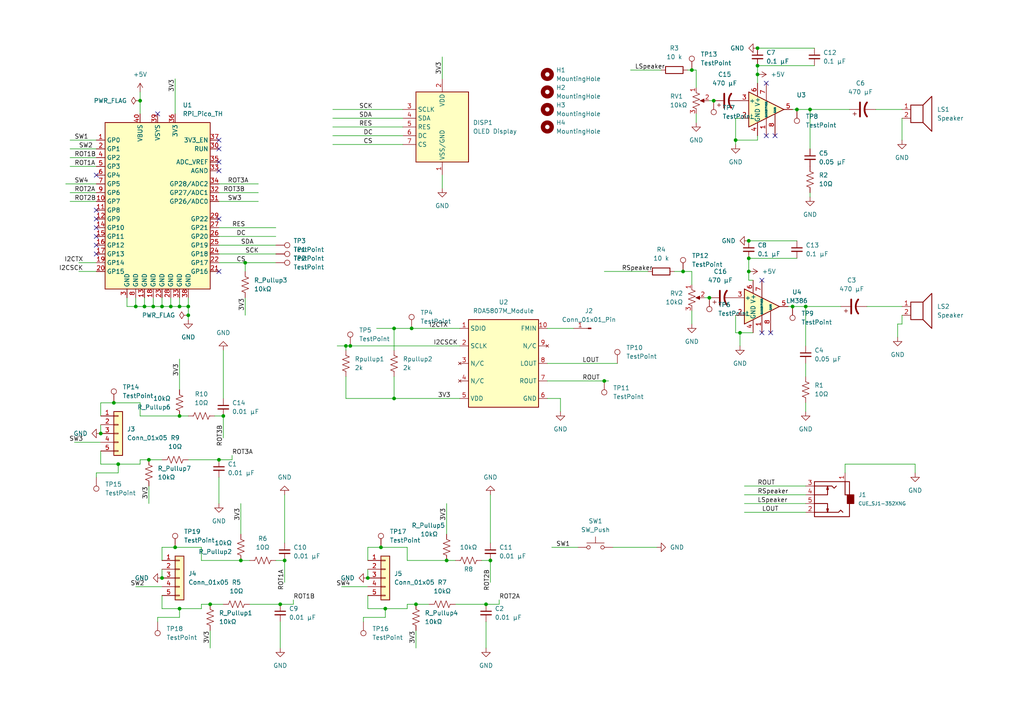
<source format=kicad_sch>
(kicad_sch (version 20250114) (generator "eeschema") (generator_version "9.0")
  (paper "A4")
  (title_block (title "Clock-Radio_Schematic") (date "2025-06-13") (rev "3"))
  (lib_symbols
    (symbol "Amplifier_Audio:LM386" (pin_names (offset 0.127))
      (property "Reference" "U" (at 1.27 7.62 0))
      (property "Value" "LM386" (at 1.27 5.08 0))
      (symbol "LM386_1_1"
        (pin input line (at -7.62 2.54 0) (length 2.54) (name "+") (number "3"))
        (pin input line (at -7.62 -2.54 0) (length 2.54) (name "-") (number "2"))
        (pin power_in line (at -2.54 7.62 270) (length 3.81) (name "V+") (number "6"))
        (pin power_in line (at -2.54 -7.62 90) (length 3.81) (name "GND") (number "4"))
        (pin input line (at 0 7.62 270) (length 5.08) (name "BYPASS") (number "7"))
        (pin input line (at 0 -7.62 90) (length 5.08) (name "GAIN") (number "1"))
        (pin input line (at 2.54 -7.62 90) (length 6.35) (name "GAIN") (number "8"))
        (pin output line (at 7.62 0 180) (length 2.54) (name "~") (number "5"))
      )
    )
    (symbol "Connector:Conn_01x01_Pin" (pin_names (offset 1.016) (hide yes))
      (property "Reference" "J" (at 0 2.54 0))
      (property "Value" "Conn_01x01_Pin" (at 0 -2.54 0))
      (symbol "Conn_01x01_Pin_1_1"
        (pin passive line (at 5.08 0 180) (length 3.81) (name "Pin_1") (number "1"))
      )
    )
    (symbol "Connector:TestPoint" (pin_numbers (hide yes)) (pin_names (offset 0.762) (hide yes))
      (property "Reference" "TP" (at 0 6.858 0))
      (property "Value" "TestPoint" (at 0 5.08 0))
      (symbol "TestPoint_1_1"
        (pin passive line (at 0 0 90) (length 2.54) (name "1") (number "1"))
      )
    )
    (symbol "Connector_Generic:Conn_01x05" (pin_names (offset 1.016) (hide yes))
      (property "Reference" "J" (at 0 7.62 0))
      (property "Value" "Conn_01x05" (at 0 -7.62 0))
      (symbol "Conn_01x05_1_1"
        (pin passive line (at -5.08 5.08 0) (length 3.81) (name "Pin_1") (number "1"))
        (pin passive line (at -5.08 2.54 0) (length 3.81) (name "Pin_2") (number "2"))
        (pin passive line (at -5.08 0 0) (length 3.81) (name "Pin_3") (number "3"))
        (pin passive line (at -5.08 -2.54 0) (length 3.81) (name "Pin_4") (number "4"))
        (pin passive line (at -5.08 -5.08 0) (length 3.81) (name "Pin_5") (number "5"))
      )
    )
    (symbol "Device:C_Polarized_US" (pin_numbers (hide yes)) (pin_names (offset 0.254) (hide yes))
      (property "Reference" "C" (at 0.635 2.54 0))
      (property "Value" "C_Polarized_US" (at 0.635 -2.54 0))
      (symbol "C_Polarized_US_1_1"
        (pin passive line (at 0 3.81 270) (length 2.794) (name "~") (number "1"))
        (pin passive line (at 0 -3.81 90) (length 3.302) (name "~") (number "2"))
      )
    )
    (symbol "Device:C_Small" (pin_numbers (hide yes)) (pin_names (offset 0.254) (hide yes))
      (property "Reference" "C" (at 0.254 1.778 0))
      (property "Value" "C_Small" (at 0.254 -2.032 0))
      (symbol "C_Small_1_1"
        (pin passive line (at 0 2.54 270) (length 2.032) (name "~") (number "1"))
        (pin passive line (at 0 -2.54 90) (length 2.032) (name "~") (number "2"))
      )
    )
    (symbol "Device:R" (pin_numbers (hide yes)) (pin_names (offset 0))
      (property "Reference" "R" (at 2.032 0 90))
      (property "Value" "R" (at 0 0 90))
      (symbol "R_1_1"
        (pin passive line (at 0 3.81 270) (length 1.27) (name "~") (number "1"))
        (pin passive line (at 0 -3.81 90) (length 1.27) (name "~") (number "2"))
      )
    )
    (symbol "Device:R_Potentiometer_US" (pin_names (offset 1.016) (hide yes))
      (property "Reference" "RV" (at -4.445 0 90))
      (property "Value" "R_Potentiometer_US" (at -2.54 0 90))
      (symbol "R_Potentiometer_US_1_1"
        (pin passive line (at 0 3.81 270) (length 1.27) (name "1") (number "1"))
        (pin passive line (at 0 -3.81 90) (length 1.27) (name "3") (number "3"))
        (pin passive line (at 3.81 0 180) (length 1.27) (name "2") (number "2"))
      )
    )
    (symbol "Device:R_US" (pin_numbers (hide yes)) (pin_names (offset 0))
      (property "Reference" "R" (at 2.54 0 90))
      (property "Value" "R_US" (at -2.54 0 90))
      (symbol "R_US_1_1"
        (pin passive line (at 0 3.81 270) (length 1.27) (name "~") (number "1"))
        (pin passive line (at 0 -3.81 90) (length 1.27) (name "~") (number "2"))
      )
    )
    (symbol "Device:Speaker" (pin_names (offset 0) (hide yes))
      (property "Reference" "LS" (at 1.27 5.715 0))
      (property "Value" "Speaker" (at 1.27 3.81 0))
      (symbol "Speaker_1_1"
        (pin input line (at -5.08 0 0) (length 2.54) (name "1") (number "1"))
        (pin input line (at -5.08 -2.54 0) (length 2.54) (name "2") (number "2"))
      )
    )
    (symbol "ECE:CUE_SJ1-352XNG" (pin_names (offset 1.016) (hide yes))
      (property "Reference" "J" (at -3.81 6.35 0))
      (property "Value" "CUE_SJ1-352XNG" (at 3.81 -6.35 0))
      (symbol "CUE_SJ1-352XNG_1_1"
        (pin passive line (at -3.81 -7.62 90) (length 2.54) (name "Sleeve") (number "1"))
        (pin passive line (at 7.62 3.81 180) (length 2.54) (name "Tip") (number "2"))
        (pin passive line (at 7.62 1.27 180) (length 2.54) (name "Ring_Switch") (number "5"))
        (pin passive line (at 7.62 -1.27 180) (length 2.54) (name "Tip_Switch") (number "4"))
        (pin passive line (at 7.62 -3.81 180) (length 2.54) (name "Tip") (number "3"))
      )
    )
    (symbol "ECE:OLED Display"
      (property "Reference" "DISP?" (at 8.89 -1.27 0))
      (property "Value" "OLED Display" (at 8.89 1.27 0))
      (symbol "OLED Display_1_1"
        (pin input line (at -11.43 5.08 0) (length 3.81) (name "SCLK") (number "3"))
        (pin output line (at -11.43 2.54 0) (length 3.81) (name "SDA") (number "4"))
        (pin input line (at -11.43 0 0) (length 3.81) (name "RES") (number "5"))
        (pin input line (at -11.43 -2.54 0) (length 3.81) (name "DC") (number "6"))
        (pin input line (at -11.43 -5.08 0) (length 3.81) (name "CS") (number "7"))
        (pin power_in line (at 0 13.97 270) (length 3.81) (name "VDD") (number "2"))
        (pin power_in line (at 0 -13.97 90) (length 3.81) (name "VSS/GND") (number "1"))
      )
    )
    (symbol "ECE:RDA5807M_Module"
      (property "Reference" "U" (at -8.89 16.51 0))
      (property "Value" "RDA5807M_Module" (at -8.89 13.97 0))
      (symbol "RDA5807M_Module_1_1"
        (pin bidirectional line (at -12.7 10.16 0) (length 2.54) (name "SDIO") (number "1"))
        (pin input line (at -12.7 5.08 0) (length 2.54) (name "SCLK") (number "2"))
        (pin no_connect line (at -12.7 0 0) (length 2.54) (name "N/C") (number "3"))
        (pin no_connect line (at -12.7 -5.08 0) (length 2.54) (name "N/C") (number "4"))
        (pin power_in line (at -12.7 -10.16 0) (length 2.54) (name "VDD") (number "5"))
        (pin input line (at 12.7 10.16 180) (length 2.54) (name "FMIN") (number "10"))
        (pin no_connect line (at 12.7 5.08 180) (length 2.54) (name "N/C") (number "9"))
        (pin output line (at 12.7 0 180) (length 2.54) (name "LOUT") (number "8"))
        (pin output line (at 12.7 -5.08 180) (length 2.54) (name "ROUT") (number "7"))
        (pin power_in line (at 12.7 -10.16 180) (length 2.54) (name "GND") (number "6"))
      )
    )
    (symbol "ECE:RPi_Pico_TH"
      (property "Reference" "U?" (at 0 1.27 0))
      (property "Value" "RPi_Pico_TH" (at 0 -1.27 0))
      (symbol "RPi_Pico_TH_1_1"
        (pin bidirectional line (at -17.78 19.05 0) (length 2.54) (name "GP0") (number "1"))
        (pin bidirectional line (at -17.78 16.51 0) (length 2.54) (name "GP1") (number "2"))
        (pin bidirectional line (at -17.78 13.97 0) (length 2.54) (name "GP2") (number "4"))
        (pin bidirectional line (at -17.78 11.43 0) (length 2.54) (name "GP3") (number "5"))
        (pin bidirectional line (at -17.78 8.89 0) (length 2.54) (name "GP4") (number "6"))
        (pin bidirectional line (at -17.78 6.35 0) (length 2.54) (name "GP5") (number "7"))
        (pin bidirectional line (at -17.78 3.81 0) (length 2.54) (name "GP6") (number "9"))
        (pin bidirectional line (at -17.78 1.27 0) (length 2.54) (name "GP7") (number "10"))
        (pin bidirectional line (at -17.78 -1.27 0) (length 2.54) (name "GP8") (number "11"))
        (pin bidirectional line (at -17.78 -3.81 0) (length 2.54) (name "GP9") (number "12"))
        (pin bidirectional line (at -17.78 -6.35 0) (length 2.54) (name "GP10") (number "14"))
        (pin bidirectional line (at -17.78 -8.89 0) (length 2.54) (name "GP11") (number "15"))
        (pin bidirectional line (at -17.78 -11.43 0) (length 2.54) (name "GP12") (number "16"))
        (pin bidirectional line (at -17.78 -13.97 0) (length 2.54) (name "GP13") (number "17"))
        (pin bidirectional line (at -17.78 -16.51 0) (length 2.54) (name "GP14") (number "19"))
        (pin bidirectional line (at -17.78 -19.05 0) (length 2.54) (name "GP15") (number "20"))
        (pin power_in line (at -8.89 -26.67 90) (length 2.54) (name "GND") (number "3"))
        (pin power_in line (at -6.35 -26.67 90) (length 2.54) (name "GND") (number "8"))
        (pin power_in line (at -5.08 26.67 270) (length 2.54) (name "VBUS") (number "40"))
        (pin power_in line (at -3.81 -26.67 90) (length 2.54) (name "GND") (number "13"))
        (pin power_in line (at -1.27 -26.67 90) (length 2.54) (name "GND") (number "18"))
        (pin power_out line (at 0 26.67 270) (length 2.54) (name "VSYS") (number "39"))
        (pin power_in line (at 1.27 -26.67 90) (length 2.54) (name "GND") (number "23"))
        (pin power_in line (at 3.81 -26.67 90) (length 2.54) (name "GND") (number "28"))
        (pin power_out line (at 5.08 26.67 270) (length 2.54) (name "3V3") (number "36"))
        (pin power_in line (at 6.35 -26.67 90) (length 2.54) (name "GND") (number "33"))
        (pin power_in line (at 8.89 -26.67 90) (length 2.54) (name "GND") (number "38"))
        (pin input line (at 17.78 19.05 180) (length 2.54) (name "3V3_EN") (number "37"))
        (pin input line (at 17.78 16.51 180) (length 2.54) (name "RUN") (number "30"))
        (pin power_in line (at 17.78 12.7 180) (length 2.54) (name "ADC_VREF") (number "35"))
        (pin power_in line (at 17.78 10.16 180) (length 2.54) (name "AGND") (number "33"))
        (pin bidirectional line (at 17.78 6.35 180) (length 2.54) (name "GP28/ADC2") (number "34"))
        (pin bidirectional line (at 17.78 3.81 180) (length 2.54) (name "GP27/ADC1") (number "32"))
        (pin bidirectional line (at 17.78 1.27 180) (length 2.54) (name "GP26/ADC0") (number "31"))
        (pin bidirectional line (at 17.78 -3.81 180) (length 2.54) (name "GP22") (number "29"))
        (pin bidirectional line (at 17.78 -6.35 180) (length 2.54) (name "GP21") (number "27"))
        (pin bidirectional line (at 17.78 -8.89 180) (length 2.54) (name "GP20") (number "26"))
        (pin bidirectional line (at 17.78 -11.43 180) (length 2.54) (name "GP19") (number "25"))
        (pin bidirectional line (at 17.78 -13.97 180) (length 2.54) (name "GP18") (number "24"))
        (pin bidirectional line (at 17.78 -16.51 180) (length 2.54) (name "GP17") (number "22"))
        (pin bidirectional line (at 17.78 -19.05 180) (length 2.54) (name "GP16") (number "21"))
      )
    )
    (symbol "Mechanical:MountingHole" (pin_names (offset 1.016))
      (property "Reference" "H" (at 0 5.08 0))
      (property "Value" "MountingHole" (at 0 3.175 0))
    )
    (symbol "Switch:SW_Push" (pin_numbers (hide yes)) (pin_names (offset 1.016) (hide yes))
      (property "Reference" "SW" (at 1.27 2.54 0))
      (property "Value" "SW_Push" (at 0 -1.524 0))
      (symbol "SW_Push_0_1"
        (pin passive line (at -5.08 0 0) (length 2.54) (name "1") (number "1"))
        (pin passive line (at 5.08 0 180) (length 2.54) (name "2") (number "2"))
      )
    )
    (symbol "power:+5V" (power) (pin_names (offset 0))
      (property "Value" "+5V" (at 0 3.556 0))
      (symbol "+5V_1_1"
        (pin power_in line (at 0 0 90) (length 0) (hide yes) (name "+5V") (number "1"))
      )
    )
    (symbol "power:GND" (power) (pin_names (offset 0))
      (property "Value" "GND" (at 0 -3.81 0))
      (symbol "GND_1_1"
        (pin power_in line (at 0 0 270) (length 0) (hide yes) (name "GND") (number "1"))
      )
    )
    (symbol "power:PWR_FLAG" (power) (pin_numbers (hide yes)) (pin_names (offset 0) (hide yes))
      (property "Value" "PWR_FLAG" (at 0 3.81 0))
      (symbol "PWR_FLAG_0_0"
        (pin power_out line (at 0 0 90) (length 0) (name "pwr") (number "1"))
      )
    )
  )
  (junction (at 114.3 115.57))
  (junction (at 64.77 120.65))
  (junction (at 207.01 29.21))
  (junction (at 46.99 88.9))
  (junction (at 114.3 95.25))
  (junction (at 217.17 74.93))
  (junction (at 217.17 69.85))
  (junction (at 41.91 88.9))
  (junction (at 29.21 125.73))
  (junction (at 217.17 78.74))
  (junction (at 43.18 133.35))
  (junction (at 205.74 86.36))
  (junction (at 119.38 95.25))
  (junction (at 50.8 158.75))
  (junction (at 49.53 88.9))
  (junction (at 54.61 91.44))
  (junction (at 106.68 167.64))
  (junction (at 44.45 88.9))
  (junction (at 140.97 175.26))
  (junction (at 46.99 167.64))
  (junction (at 82.55 162.56))
  (junction (at 39.37 88.9))
  (junction (at 110.49 158.75))
  (junction (at 40.64 29.21))
  (junction (at 219.71 13.97))
  (junction (at 33.02 116.84))
  (junction (at 198.12 78.74))
  (junction (at 233.68 88.9))
  (junction (at 52.07 120.65))
  (junction (at 101.6 100.33))
  (junction (at 52.07 88.9))
  (junction (at 231.14 31.75))
  (junction (at 54.61 88.9))
  (junction (at 120.65 175.26))
  (junction (at 52.07 176.53))
  (junction (at 34.29 134.62))
  (junction (at 219.71 19.05))
  (junction (at 71.12 76.2))
  (junction (at 175.26 110.49))
  (junction (at 200.66 20.32))
  (junction (at 60.96 175.26))
  (junction (at 69.85 162.56))
  (junction (at 234.95 31.75))
  (junction (at 229.87 88.9))
  (junction (at 129.54 162.56))
  (junction (at 213.36 40.64))
  (junction (at 111.76 176.53))
  (junction (at 100.33 100.33))
  (junction (at 81.28 175.26))
  (junction (at 214.63 96.52))
  (junction (at 63.5 133.35))
  (junction (at 142.24 162.56))
  (junction (at 219.71 21.59))
  (no_connect (at 224.79 39.37))
  (no_connect (at 63.5 78.74))
  (no_connect (at 222.25 24.13))
  (no_connect (at 45.72 33.02))
  (no_connect (at 223.52 96.52))
  (no_connect (at 27.94 68.58))
  (no_connect (at 27.94 50.8))
  (no_connect (at 27.94 63.5))
  (no_connect (at 27.94 71.12))
  (no_connect (at 63.5 46.99))
  (no_connect (at 63.5 63.5))
  (no_connect (at 220.98 81.28))
  (no_connect (at 220.98 96.52))
  (no_connect (at 222.25 39.37))
  (no_connect (at 63.5 40.64))
  (no_connect (at 27.94 60.96))
  (no_connect (at 27.94 73.66))
  (no_connect (at 27.94 66.04))
  (no_connect (at 63.5 43.18))
  (no_connect (at 63.5 49.53))
  (wire (pts (xy 62.23 120.65) (xy 64.77 120.65)))
  (wire (pts (xy 29.21 123.19) (xy 29.21 125.73)))
  (wire (pts (xy 162.56 115.57) (xy 162.56 119.38)))
  (wire (pts (xy 139.7 162.56) (xy 142.24 162.56)))
  (wire (pts (xy 29.21 130.81) (xy 29.21 134.62)))
  (wire (pts (xy 63.5 73.66) (xy 80.01 73.66)))
  (wire (pts (xy 85.09 175.26) (xy 85.09 173.99)))
  (wire (pts (xy 204.47 86.36) (xy 205.74 86.36)))
  (wire (pts (xy 111.76 179.07) (xy 111.76 176.53)))
  (wire (pts (xy 41.91 88.9) (xy 44.45 88.9)))
  (wire (pts (xy 20.32 43.18) (xy 27.94 43.18)))
  (wire (pts (xy 199.39 20.32) (xy 200.66 20.32)))
  (wire (pts (xy 58.42 175.26) (xy 60.96 175.26)))
  (wire (pts (xy 182.88 20.32) (xy 191.77 20.32)))
  (wire (pts (xy 219.71 19.05) (xy 236.22 19.05)))
  (wire (pts (xy 140.97 180.34) (xy 140.97 187.96)))
  (wire (pts (xy 105.41 179.07) (xy 111.76 179.07)))
  (wire (pts (xy 265.43 134.62) (xy 245.11 134.62)))
  (wire (pts (xy 22.86 76.2) (xy 27.94 76.2)))
  (wire (pts (xy 100.33 100.33) (xy 100.33 101.6)))
  (wire (pts (xy 96.52 31.75) (xy 116.84 31.75)))
  (wire (pts (xy 215.9 146.05) (xy 233.68 146.05)))
  (wire (pts (xy 106.68 165.1) (xy 106.68 167.64)))
  (wire (pts (xy 46.99 86.36) (xy 46.99 88.9)))
  (wire (pts (xy 106.68 176.53) (xy 111.76 176.53)))
  (wire (pts (xy 71.12 76.2) (xy 71.12 78.74)))
  (wire (pts (xy 114.3 109.22) (xy 114.3 115.57)))
  (wire (pts (xy 214.63 34.29) (xy 213.36 34.29)))
  (wire (pts (xy 46.99 172.72) (xy 46.99 176.53)))
  (wire (pts (xy 261.62 34.29) (xy 261.62 40.64)))
  (wire (pts (xy 228.6 88.9) (xy 229.87 88.9)))
  (wire (pts (xy 20.32 58.42) (xy 27.94 58.42)))
  (wire (pts (xy 114.3 95.25) (xy 119.38 95.25)))
  (wire (pts (xy 40.64 133.35) (xy 43.18 133.35)))
  (wire (pts (xy 46.99 176.53) (xy 52.07 176.53)))
  (wire (pts (xy 58.42 158.75) (xy 58.42 162.56)))
  (wire (pts (xy 215.9 148.59) (xy 233.68 148.59)))
  (wire (pts (xy 217.17 81.28) (xy 218.44 81.28)))
  (wire (pts (xy 233.68 88.9) (xy 233.68 100.33)))
  (wire (pts (xy 213.36 91.44) (xy 213.36 96.52)))
  (wire (pts (xy 118.11 176.53) (xy 118.11 175.26)))
  (wire (pts (xy 45.72 179.07) (xy 52.07 179.07)))
  (wire (pts (xy 245.11 134.62) (xy 245.11 137.16)))
  (wire (pts (xy 54.61 133.35) (xy 63.5 133.35)))
  (wire (pts (xy 80.01 162.56) (xy 82.55 162.56)))
  (wire (pts (xy 96.52 34.29) (xy 116.84 34.29)))
  (wire (pts (xy 69.85 162.56) (xy 72.39 162.56)))
  (wire (pts (xy 229.87 88.9) (xy 233.68 88.9)))
  (wire (pts (xy 195.58 78.74) (xy 198.12 78.74)))
  (wire (pts (xy 64.77 101.6) (xy 64.77 115.57)))
  (wire (pts (xy 100.33 109.22) (xy 100.33 115.57)))
  (wire (pts (xy 200.66 20.32) (xy 201.93 20.32)))
  (wire (pts (xy 219.71 21.59) (xy 219.71 24.13)))
  (wire (pts (xy 219.71 13.97) (xy 236.22 13.97)))
  (wire (pts (xy 39.37 170.18) (xy 46.99 170.18)))
  (wire (pts (xy 63.5 58.42) (xy 74.93 58.42)))
  (wire (pts (xy 43.18 140.97) (xy 43.18 146.05)))
  (wire (pts (xy 63.5 138.43) (xy 63.5 146.05)))
  (wire (pts (xy 118.11 175.26) (xy 120.65 175.26)))
  (wire (pts (xy 82.55 143.51) (xy 82.55 157.48)))
  (wire (pts (xy 119.38 95.25) (xy 133.35 95.25)))
  (wire (pts (xy 265.43 137.16) (xy 265.43 134.62)))
  (wire (pts (xy 215.9 140.97) (xy 233.68 140.97)))
  (wire (pts (xy 234.95 31.75) (xy 246.38 31.75)))
  (wire (pts (xy 33.02 116.84) (xy 29.21 116.84)))
  (wire (pts (xy 100.33 100.33) (xy 101.6 100.33)))
  (wire (pts (xy 63.5 53.34) (xy 74.93 53.34)))
  (wire (pts (xy 129.54 162.56) (xy 132.08 162.56)))
  (wire (pts (xy 129.54 162.56) (xy 118.11 162.56)))
  (wire (pts (xy 60.96 182.88) (xy 60.96 187.96)))
  (wire (pts (xy 217.17 74.93) (xy 217.17 78.74)))
  (wire (pts (xy 158.75 105.41) (xy 179.07 105.41)))
  (wire (pts (xy 175.26 110.49) (xy 176.53 110.49)))
  (wire (pts (xy 20.32 40.64) (xy 27.94 40.64)))
  (wire (pts (xy 160.02 158.75) (xy 167.64 158.75)))
  (wire (pts (xy 60.96 175.26) (xy 64.77 175.26)))
  (wire (pts (xy 261.62 93.98) (xy 260.35 93.98)))
  (wire (pts (xy 120.65 182.88) (xy 120.65 187.96)))
  (wire (pts (xy 50.8 158.75) (xy 46.99 158.75)))
  (wire (pts (xy 20.32 45.72) (xy 27.94 45.72)))
  (wire (pts (xy 105.41 180.34) (xy 105.41 179.07)))
  (wire (pts (xy 63.5 66.04) (xy 80.01 66.04)))
  (wire (pts (xy 96.52 36.83) (xy 116.84 36.83)))
  (wire (pts (xy 111.76 176.53) (xy 118.11 176.53)))
  (wire (pts (xy 58.42 176.53) (xy 58.42 175.26)))
  (wire (pts (xy 200.66 90.17) (xy 200.66 93.98)))
  (wire (pts (xy 69.85 154.94) (xy 69.85 146.05)))
  (wire (pts (xy 114.3 101.6) (xy 114.3 95.25)))
  (wire (pts (xy 118.11 158.75) (xy 118.11 162.56)))
  (wire (pts (xy 101.6 100.33) (xy 133.35 100.33)))
  (wire (pts (xy 177.8 158.75) (xy 190.5 158.75)))
  (wire (pts (xy 175.26 78.74) (xy 187.96 78.74)))
  (wire (pts (xy 63.5 55.88) (xy 74.93 55.88)))
  (wire (pts (xy 69.85 162.56) (xy 58.42 162.56)))
  (wire (pts (xy 214.63 96.52) (xy 214.63 100.33)))
  (wire (pts (xy 100.33 115.57) (xy 114.3 115.57)))
  (wire (pts (xy 21.59 128.27) (xy 29.21 128.27)))
  (wire (pts (xy 40.64 116.84) (xy 33.02 116.84)))
  (wire (pts (xy 110.49 158.75) (xy 106.68 158.75)))
  (wire (pts (xy 50.8 22.86) (xy 50.8 33.02)))
  (wire (pts (xy 219.71 19.05) (xy 219.71 21.59)))
  (wire (pts (xy 46.99 88.9) (xy 49.53 88.9)))
  (wire (pts (xy 45.72 180.34) (xy 45.72 179.07)))
  (wire (pts (xy 234.95 31.75) (xy 234.95 43.18)))
  (wire (pts (xy 118.11 158.75) (xy 110.49 158.75)))
  (wire (pts (xy 46.99 158.75) (xy 46.99 162.56)))
  (wire (pts (xy 27.94 138.43) (xy 27.94 137.16)))
  (wire (pts (xy 64.77 120.65) (xy 64.77 127)))
  (wire (pts (xy 36.83 88.9) (xy 39.37 88.9)))
  (wire (pts (xy 82.55 162.56) (xy 82.55 168.91)))
  (wire (pts (xy 144.78 175.26) (xy 144.78 173.99)))
  (wire (pts (xy 19.05 53.34) (xy 27.94 53.34)))
  (wire (pts (xy 201.93 33.02) (xy 201.93 35.56)))
  (wire (pts (xy 96.52 39.37) (xy 116.84 39.37)))
  (wire (pts (xy 217.17 74.93) (xy 231.14 74.93)))
  (wire (pts (xy 52.07 120.65) (xy 54.61 120.65)))
  (wire (pts (xy 158.75 115.57) (xy 162.56 115.57)))
  (wire (pts (xy 254 31.75) (xy 261.62 31.75)))
  (wire (pts (xy 71.12 86.36) (xy 71.12 91.44)))
  (wire (pts (xy 142.24 162.56) (xy 142.24 168.91)))
  (wire (pts (xy 109.22 95.25) (xy 114.3 95.25)))
  (wire (pts (xy 260.35 93.98) (xy 260.35 97.79)))
  (wire (pts (xy 63.5 76.2) (xy 71.12 76.2)))
  (wire (pts (xy 49.53 86.36) (xy 49.53 88.9)))
  (wire (pts (xy 40.64 29.21) (xy 40.64 33.02)))
  (wire (pts (xy 132.08 175.26) (xy 140.97 175.26)))
  (wire (pts (xy 217.17 78.74) (xy 217.17 81.28)))
  (wire (pts (xy 251.46 88.9) (xy 261.62 88.9)))
  (wire (pts (xy 20.32 48.26) (xy 27.94 48.26)))
  (wire (pts (xy 140.97 175.26) (xy 144.78 175.26)))
  (wire (pts (xy 43.18 133.35) (xy 46.99 133.35)))
  (wire (pts (xy 233.68 105.41) (xy 233.68 109.22)))
  (wire (pts (xy 52.07 86.36) (xy 52.07 88.9)))
  (wire (pts (xy 39.37 86.36) (xy 39.37 88.9)))
  (wire (pts (xy 81.28 180.34) (xy 81.28 187.96)))
  (wire (pts (xy 44.45 88.9) (xy 46.99 88.9)))
  (wire (pts (xy 40.64 26.67) (xy 40.64 29.21)))
  (wire (pts (xy 34.29 137.16) (xy 34.29 134.62)))
  (wire (pts (xy 49.53 88.9) (xy 52.07 88.9)))
  (wire (pts (xy 233.68 88.9) (xy 243.84 88.9)))
  (wire (pts (xy 114.3 115.57) (xy 133.35 115.57)))
  (wire (pts (xy 63.5 133.35) (xy 67.31 133.35)))
  (wire (pts (xy 52.07 88.9) (xy 54.61 88.9)))
  (wire (pts (xy 67.31 133.35) (xy 67.31 132.08)))
  (wire (pts (xy 97.79 100.33) (xy 100.33 100.33)))
  (wire (pts (xy 81.28 175.26) (xy 85.09 175.26)))
  (wire (pts (xy 158.75 110.49) (xy 175.26 110.49)))
  (wire (pts (xy 233.68 116.84) (xy 233.68 119.38)))
  (wire (pts (xy 234.95 55.88) (xy 234.95 57.15)))
  (wire (pts (xy 215.9 143.51) (xy 233.68 143.51)))
  (wire (pts (xy 217.17 69.85) (xy 231.14 69.85)))
  (wire (pts (xy 229.87 31.75) (xy 231.14 31.75)))
  (wire (pts (xy 213.36 96.52) (xy 214.63 96.52)))
  (wire (pts (xy 205.74 29.21) (xy 207.01 29.21)))
  (wire (pts (xy 46.99 165.1) (xy 46.99 167.64)))
  (wire (pts (xy 54.61 91.44) (xy 54.61 92.71)))
  (wire (pts (xy 20.32 55.88) (xy 27.94 55.88)))
  (wire (pts (xy 54.61 88.9) (xy 54.61 91.44)))
  (wire (pts (xy 58.42 158.75) (xy 50.8 158.75)))
  (wire (pts (xy 27.94 137.16) (xy 34.29 137.16)))
  (wire (pts (xy 40.64 134.62) (xy 40.64 133.35)))
  (wire (pts (xy 52.07 120.65) (xy 40.64 120.65)))
  (wire (pts (xy 120.65 175.26) (xy 124.46 175.26)))
  (wire (pts (xy 201.93 25.4) (xy 201.93 20.32)))
  (wire (pts (xy 106.68 172.72) (xy 106.68 176.53)))
  (wire (pts (xy 36.83 86.36) (xy 36.83 88.9)))
  (wire (pts (xy 200.66 78.74) (xy 200.66 82.55)))
  (wire (pts (xy 22.86 78.74) (xy 27.94 78.74)))
  (wire (pts (xy 213.36 34.29) (xy 213.36 40.64)))
  (wire (pts (xy 106.68 158.75) (xy 106.68 162.56)))
  (wire (pts (xy 213.36 40.64) (xy 213.36 41.91)))
  (wire (pts (xy 158.75 95.25) (xy 166.37 95.25)))
  (wire (pts (xy 34.29 134.62) (xy 40.64 134.62)))
  (wire (pts (xy 52.07 113.03) (xy 52.07 104.14)))
  (wire (pts (xy 29.21 134.62) (xy 34.29 134.62)))
  (wire (pts (xy 129.54 154.94) (xy 129.54 146.05)))
  (wire (pts (xy 29.21 116.84) (xy 29.21 120.65)))
  (wire (pts (xy 44.45 86.36) (xy 44.45 88.9)))
  (wire (pts (xy 219.71 39.37) (xy 219.71 40.64)))
  (wire (pts (xy 40.64 116.84) (xy 40.64 120.65)))
  (wire (pts (xy 142.24 143.51) (xy 142.24 157.48)))
  (wire (pts (xy 52.07 179.07) (xy 52.07 176.53)))
  (wire (pts (xy 198.12 78.74) (xy 200.66 78.74)))
  (wire (pts (xy 54.61 86.36) (xy 54.61 88.9)))
  (wire (pts (xy 99.06 170.18) (xy 106.68 170.18)))
  (wire (pts (xy 96.52 41.91) (xy 116.84 41.91)))
  (wire (pts (xy 41.91 86.36) (xy 41.91 88.9)))
  (wire (pts (xy 214.63 96.52) (xy 218.44 96.52)))
  (wire (pts (xy 261.62 91.44) (xy 261.62 93.98)))
  (wire (pts (xy 128.27 50.8) (xy 128.27 54.61)))
  (wire (pts (xy 213.36 40.64) (xy 219.71 40.64)))
  (wire (pts (xy 63.5 68.58) (xy 80.01 68.58)))
  (wire (pts (xy 52.07 176.53) (xy 58.42 176.53)))
  (wire (pts (xy 72.39 175.26) (xy 81.28 175.26)))
  (wire (pts (xy 128.27 16.51) (xy 128.27 22.86)))
  (wire (pts (xy 63.5 71.12) (xy 80.01 71.12)))
  (wire (pts (xy 231.14 31.75) (xy 234.95 31.75)))
  (wire (pts (xy 71.12 76.2) (xy 80.01 76.2)))
  (wire (pts (xy 39.37 88.9) (xy 41.91 88.9)))
  (label "I2CSCK" (at 125.73 100.33 0))
  (label "SDA" (at 69.85 71.12 0))
  (label "I2CTX" (at 24.13 76.2 180))
  (label "ROT3B" (at 64.77 123.19 270))
  (label "ROT2B" (at 142.24 165.1 270))
  (label "ROT3A" (at 66.04 53.34 0))
  (label "LOUT" (at 168.91 105.41 0))
  (label "SCK" (at 104.14 31.75 0))
  (label "ROT1A" (at 21.59 48.26 0))
  (label "RES" (at 104.14 36.83 0))
  (label "LSpeaker" (at 219.71 146.05 0))
  (label "ROT1A" (at 82.55 165.1 270))
  (label "ROT2A" (at 144.78 173.99 0))
  (label "3V3" (at 128.27 21.59 90))
  (label "DC" (at 105.41 39.37 0))
  (label "SW3" (at 66.04 58.42 0))
  (label "3V3" (at 129.54 147.32 270))
  (label "SW2" (at 41.91 170.18 180))
  (label "3V3" (at 127 115.57 0))
  (label "DC" (at 68.58 68.58 0))
  (label "3V3" (at 60.96 186.69 90))
  (label "LOUT" (at 220.98 148.59 0))
  (label "CS" (at 68.58 76.2 0))
  (label "RSpeaker" (at 180.34 78.74 0))
  (label "I2CTX" (at 124.46 95.25 0))
  (label "SW4" (at 101.6 170.18 180))
  (label "ROT1B" (at 85.09 173.99 0))
  (label "SW4" (at 21.59 53.34 0))
  (label "I2CSCK" (at 24.13 78.74 180))
  (label "3V3" (at 50.8 26.67 90))
  (label "3V3" (at 69.85 147.32 270))
  (label "ROUT" (at 219.71 140.97 0))
  (label "3V3" (at 71.12 90.17 90))
  (label "SDA" (at 104.14 34.29 0))
  (label "SW2" (at 22.86 43.18 0))
  (label "ROUT" (at 168.91 110.49 0))
  (label "RES" (at 67.31 66.04 0))
  (label "ROT2A" (at 21.59 55.88 0))
  (label "SCK" (at 71.12 73.66 0))
  (label "ROT3A" (at 67.31 132.08 0))
  (label "3V3" (at 52.07 105.41 270))
  (label "RSpeaker" (at 219.71 143.51 0))
  (label "ROT1B" (at 21.59 45.72 0))
  (label "SW1" (at 161.29 158.75 0))
  (label "SW1" (at 21.59 40.64 0))
  (label "3V3" (at 120.65 186.69 90))
  (label "CS" (at 105.41 41.91 0))
  (label "SW3" (at 24.13 128.27 180))
  (label "3V3" (at 43.18 144.78 90))
  (label "LSpeaker" (at 184.15 20.32 0))
  (label "ROT3B" (at 64.77 55.88 0))
  (label "ROT2B" (at 21.59 58.42 0))
  (symbol (lib_id "Device:R_Potentiometer_US") (at 201.93 29.21 0) (unit 1)
    (property "Reference" "RV1" (at 198.12 27.94 0) (effects (justify right)))
    (property "Value" "10kΩ" (at 199.39 30.48 0) (effects (justify right)))
    (property "Footprint" "Connector_PinHeader_2.54mm:PinHeader_1x03_P2.54mm_Vertical" (effects (hide yes)))
  )
  (symbol (lib_id "Device:R_US") (at 58.42 120.65 270) (unit 1)
    (property "Reference" "R10" (at 58.42 114.3 90))
    (property "Value" "10Ω" (at 58.42 116.84 90))
    (property "Footprint" "Resistor_THT:R_Axial_DIN0207_L6.3mm_D2.5mm_P10.16mm_Horizontal" (effects (hide yes)))
  )
  (symbol (lib_id "power:+5V") (at 219.71 21.59 270) (unit 1)
    (property "Reference" "#PWR024" (effects (hide yes)))
    (property "Value" "+5V" (at 223.52 21.59 90) (effects (justify left)))
  )
  (symbol (lib_id "Connector:TestPoint") (at 205.74 86.36 180) (unit 1)
    (property "Reference" "TP6" (at 208.28 88.392 0) (effects (justify right)))
    (property "Value" "TestPoint" (at 208.28 90.932 0) (effects (justify right)))
    (property "Footprint" "TestPoint:TestPoint_Keystone_5000-5004_Miniature" (effects (hide yes)))
  )
  (symbol (lib_id "power:GND") (at 200.66 93.98 0) (unit 1)
    (property "Reference" "#PWR05" (effects (hide yes)))
    (property "Value" "GND" (at 200.66 99.06 0))
  )
  (symbol (lib_id "Device:R_US") (at 68.58 175.26 90) (unit 1)
    (property "Reference" "R5" (at 68.58 168.91 90))
    (property "Value" "10Ω" (at 68.58 171.45 90))
    (property "Footprint" "Resistor_THT:R_Axial_DIN0207_L6.3mm_D2.5mm_P10.16mm_Horizontal" (effects (hide yes)))
  )
  (symbol (lib_id "Connector:TestPoint") (at 175.26 110.49 180) (unit 1)
    (property "Reference" "TP11" (at 177.8 112.522 0) (effects (justify right)))
    (property "Value" "TestPoint" (at 177.8 115.062 0) (effects (justify right)))
    (property "Footprint" "TestPoint:TestPoint_Keystone_5000-5004_Miniature" (effects (hide yes)))
  )
  (symbol (lib_id "power:GND") (at 63.5 146.05 0) (unit 1)
    (property "Reference" "#PWR09" (effects (hide yes)))
    (property "Value" "GND" (at 63.5 151.13 0))
  )
  (symbol (lib_id "Device:C_Small") (at 81.28 177.8 0) (unit 1)
    (property "Reference" "C9" (at 83.82 176.5363 0) (effects (justify left)))
    (property "Value" "0.01 µF" (at 83.82 179.0763 0) (effects (justify left)))
    (property "Footprint" "Capacitor_THT:C_Axial_L3.8mm_D2.6mm_P7.50mm_Horizontal" (effects (hide yes)))
  )
  (symbol (lib_id "Device:C_Polarized_US") (at 210.82 29.21 90) (unit 1)
    (property "Reference" "C15" (at 210.185 21.59 90))
    (property "Value" "470 µF" (at 210.185 24.13 90))
    (property "Footprint" "Capacitor_THT:CP_Radial_D6.3mm_P2.50mm" (effects (hide yes)))
  )
  (symbol (lib_id "ECE:OLED Display") (at 128.27 36.83 0) (unit 1)
    (property "Reference" "DISP1" (at 137.16 35.56 0) (effects (justify left)))
    (property "Value" "OLED Display" (at 137.16 38.1 0) (effects (justify left)))
    (property "Footprint" "ECE:OLED_Display_1.3" (effects (hide yes)))
  )
  (symbol (lib_id "Device:R_US") (at 52.07 116.84 180) (unit 1)
    (property "Reference" "R_Pullup6" (at 49.53 118.11 0) (effects (justify left)))
    (property "Value" "10kΩ" (at 49.53 115.57 0) (effects (justify left)))
    (property "Footprint" "Resistor_THT:R_Axial_DIN0207_L6.3mm_D2.5mm_P10.16mm_Horizontal" (effects (hide yes)))
  )
  (symbol (lib_id "power:GND") (at 29.21 125.73 270) (unit 1)
    (property "Reference" "#PWR028" (effects (hide yes)))
    (property "Value" "GND" (at 25.4 125.73 90) (effects (justify right)))
  )
  (symbol (lib_id "Connector:TestPoint") (at 33.02 116.84 0) (unit 1)
    (property "Reference" "TP14" (at 35.56 112.268 0) (effects (justify left)))
    (property "Value" "TestPoint" (at 35.56 114.808 0) (effects (justify left)))
    (property "Footprint" "TestPoint:TestPoint_Keystone_5000-5004_Miniature" (effects (hide yes)))
  )
  (symbol (lib_id "power:GND") (at 64.77 101.6 180) (unit 1)
    (property "Reference" "#PWR030" (effects (hide yes)))
    (property "Value" "GND" (at 64.77 96.52 0))
  )
  (symbol (lib_id "power:GND") (at 260.35 97.79 0) (unit 1)
    (property "Reference" "#PWR016" (effects (hide yes)))
    (property "Value" "GND" (at 260.35 102.87 0))
  )
  (symbol (lib_id "power:GND") (at 233.68 119.38 0) (unit 1)
    (property "Reference" "#PWR011" (effects (hide yes)))
    (property "Value" "GND" (at 233.68 124.46 0))
  )
  (symbol (lib_id "power:GND") (at 162.56 119.38 0) (unit 1)
    (property "Reference" "#PWR02" (effects (hide yes)))
    (property "Value" "GND" (at 162.56 124.46 0))
  )
  (symbol (lib_id "Connector:TestPoint") (at 198.12 78.74 0) (unit 1)
    (property "Reference" "TP12" (at 200.66 74.168 0) (effects (justify left)))
    (property "Value" "TestPoint" (at 200.66 76.708 0) (effects (justify left)))
    (property "Footprint" "TestPoint:TestPoint_Keystone_5000-5004_Miniature" (effects (hide yes)))
  )
  (symbol (lib_id "Device:R_US") (at 76.2 162.56 270) (unit 1)
    (property "Reference" "R6" (at 76.2 156.21 90))
    (property "Value" "10Ω" (at 76.2 158.75 90))
    (property "Footprint" "Resistor_THT:R_Axial_DIN0207_L6.3mm_D2.5mm_P10.16mm_Horizontal" (effects (hide yes)))
  )
  (symbol (lib_id "power:GND") (at 128.27 54.61 0) (unit 1)
    (property "Reference" "#PWR013" (effects (hide yes)))
    (property "Value" "GND" (at 128.27 59.69 0))
  )
  (symbol (lib_id "Device:C_Small") (at 219.71 16.51 0) (unit 1)
    (property "Reference" "C7" (at 222.25 15.2463 0) (effects (justify left)))
    (property "Value" "0.1 µF" (at 222.25 17.7863 0) (effects (justify left)))
    (property "Footprint" "Capacitor_SMD:C_0603_1608Metric" (effects (hide yes)))
  )
  (symbol (lib_id "Connector:TestPoint") (at 105.41 180.34 180) (unit 1)
    (property "Reference" "TP16" (at 107.95 182.372 0) (effects (justify right)))
    (property "Value" "TestPoint" (at 107.95 184.912 0) (effects (justify right)))
    (property "Footprint" "TestPoint:TestPoint_Keystone_5000-5004_Miniature" (effects (hide yes)))
  )
  (symbol (lib_id "Connector_Generic:Conn_01x05") (at 52.07 167.64 0) (unit 1)
    (property "Reference" "J4" (at 54.61 166.37 0) (effects (justify left)))
    (property "Value" "Conn_01x05" (at 54.61 168.91 0) (effects (justify left)))
    (property "Footprint" "Connector_PinHeader_2.54mm:PinHeader_1x05_P2.54mm_Vertical" (effects (hide yes)))
  )
  (symbol (lib_id "Device:R_US") (at 135.89 162.56 270) (unit 1)
    (property "Reference" "R8" (at 135.89 165.1 90))
    (property "Value" "10kΩ" (at 135.89 158.75 90))
    (property "Footprint" "Resistor_THT:R_Axial_DIN0207_L6.3mm_D2.5mm_P10.16mm_Horizontal" (effects (hide yes)))
  )
  (symbol (lib_id "Mechanical:MountingHole") (at 158.75 21.59 0) (unit 1)
    (property "Reference" "H1" (at 161.29 20.32 0) (effects (justify left)))
    (property "Value" "MountingHole" (at 161.29 22.86 0) (effects (justify left)))
    (property "Footprint" "MountingHole:MountingHole_3.2mm_M3" (effects (hide yes)))
  )
  (symbol (lib_id "Connector:TestPoint") (at 80.01 71.12 270) (unit 1)
    (property "Reference" "TP3" (at 85.09 69.85 90) (effects (justify left)))
    (property "Value" "TestPoint" (at 85.09 72.39 90) (effects (justify left)))
    (property "Footprint" "TestPoint:TestPoint_Keystone_5000-5004_Miniature" (effects (hide yes)))
  )
  (symbol (lib_id "Device:C_Small") (at 217.17 72.39 0) (unit 1)
    (property "Reference" "C8" (at 219.71 71.1263 0) (effects (justify left)))
    (property "Value" "0.1 µF" (at 219.71 73.6663 0) (effects (justify left)))
    (property "Footprint" "Capacitor_SMD:C_0603_1608Metric" (effects (hide yes)))
  )
  (symbol (lib_id "Device:R_US") (at 233.68 113.03 0) (unit 1)
    (property "Reference" "R1" (at 236.22 111.76 0) (effects (justify left)))
    (property "Value" "10Ω" (at 236.22 114.3 0) (effects (justify left)))
    (property "Footprint" "Resistor_THT:R_Axial_DIN0207_L6.3mm_D2.5mm_P10.16mm_Horizontal" (effects (hide yes)))
  )
  (symbol (lib_id "Device:C_Polarized_US") (at 209.55 86.36 90) (unit 1)
    (property "Reference" "C16" (at 208.915 78.74 90))
    (property "Value" "470 µF" (at 208.915 81.28 90))
    (property "Footprint" "Capacitor_THT:CP_Radial_D6.3mm_P2.50mm" (effects (hide yes)))
  )
  (symbol (lib_id "Mechanical:MountingHole") (at 158.75 31.75 0) (unit 1)
    (property "Reference" "H3" (at 161.29 30.48 0) (effects (justify left)))
    (property "Value" "MountingHole" (at 161.29 33.02 0) (effects (justify left)))
    (property "Footprint" "MountingHole:MountingHole_3.2mm_M3" (effects (hide yes)))
  )
  (symbol (lib_id "Device:R_US") (at 129.54 158.75 180) (unit 1)
    (property "Reference" "R_Pullup5" (at 119.38 152.4 0) (effects (justify right)))
    (property "Value" "10kΩ" (at 121.92 154.94 0) (effects (justify right)))
    (property "Footprint" "Resistor_THT:R_Axial_DIN0207_L6.3mm_D2.5mm_P10.16mm_Horizontal" (effects (hide yes)))
  )
  (symbol (lib_id "Device:C_Polarized_US") (at 247.65 88.9 90) (unit 1)
    (property "Reference" "C3" (at 247.015 81.28 90))
    (property "Value" "470 µF" (at 247.015 83.82 90))
    (property "Footprint" "Capacitor_THT:CP_Radial_D6.3mm_P2.50mm" (effects (hide yes)))
  )
  (symbol (lib_id "power:GND") (at 234.95 57.15 0) (unit 1)
    (property "Reference" "#PWR012" (effects (hide yes)))
    (property "Value" "GND" (at 234.95 62.23 0))
  )
  (symbol (lib_id "Device:Speaker") (at 266.7 88.9 0) (unit 1)
    (property "Reference" "LS2" (at 271.78 88.9 0) (effects (justify left)))
    (property "Value" "Speaker" (at 271.78 91.44 0) (effects (justify left)))
    (property "Footprint" "TerminalBlock_Phoenix:TerminalBlock_Phoenix_MKDS-1,5-2_1x02_P5.00mm_Horizontal" (effects (hide yes)))
  )
  (symbol (lib_id "Device:C_Polarized_US") (at 250.19 31.75 90) (unit 1)
    (property "Reference" "C6" (at 249.555 24.13 90))
    (property "Value" "470 µF" (at 249.555 26.67 90))
    (property "Footprint" "Capacitor_THT:CP_Radial_D6.3mm_P2.50mm" (effects (hide yes)))
  )
  (symbol (lib_id "Device:C_Small") (at 231.14 72.39 0) (unit 1)
    (property "Reference" "C13" (at 233.68 71.1263 0) (effects (justify left)))
    (property "Value" "0.1 µF" (at 233.68 73.6663 0) (effects (justify left)))
    (property "Footprint" "Capacitor_THT:C_Axial_L3.8mm_D2.6mm_P7.50mm_Horizontal" (effects (hide yes)))
  )
  (symbol (lib_id "Mechanical:MountingHole") (at 158.75 26.67 0) (unit 1)
    (property "Reference" "H2" (at 161.29 25.4 0) (effects (justify left)))
    (property "Value" "MountingHole" (at 161.29 27.94 0) (effects (justify left)))
    (property "Footprint" "MountingHole:MountingHole_3.2mm_M3" (effects (hide yes)))
  )
  (symbol (lib_id "power:+5V") (at 40.64 26.67 0) (unit 1)
    (property "Reference" "#PWR04" (effects (hide yes)))
    (property "Value" "+5V" (at 40.64 21.59 0))
  )
  (symbol (lib_id "Device:R_US") (at 128.27 175.26 90) (unit 1)
    (property "Reference" "R7" (at 128.27 168.91 90))
    (property "Value" "10kΩ" (at 128.27 171.45 90))
    (property "Footprint" "Resistor_THT:R_Axial_DIN0207_L6.3mm_D2.5mm_P10.16mm_Horizontal" (effects (hide yes)))
  )
  (symbol (lib_id "ECE:CUE_SJ1-352XNG") (at 241.3 144.78 180) (unit 1)
    (property "Reference" "J1" (at 248.92 143.51 0) (effects (justify right)))
    (property "Value" "CUE_SJ1-352XNG" (at 248.92 146.05 0) (effects (font (size 1.016 1.016)) (justify right)))
    (property "Footprint" "Connector_PinHeader_2.54mm:PinHeader_1x05_P2.54mm_Vertical" (effects (hide yes)))
  )
  (symbol (lib_id "Switch:SW_Push") (at 172.72 158.75 0) (unit 1)
    (property "Reference" "SW1" (at 172.72 151.13 0))
    (property "Value" "SW_Push" (at 172.72 153.67 0))
    (property "Footprint" "Connector_PinHeader_2.54mm:PinHeader_1x02_P2.54mm_Vertical" (effects (hide yes)))
  )
  (symbol (lib_id "Connector:TestPoint") (at 50.8 158.75 0) (unit 1)
    (property "Reference" "TP19" (at 53.34 154.178 0) (effects (justify left)))
    (property "Value" "TestPoint" (at 53.34 156.718 0) (effects (justify left)))
    (property "Footprint" "TestPoint:TestPoint_Keystone_5000-5004_Miniature" (effects (hide yes)))
  )
  (symbol (lib_id "power:GND") (at 142.24 143.51 180) (unit 1)
    (property "Reference" "#PWR019" (effects (hide yes)))
    (property "Value" "GND" (at 142.24 138.43 0))
  )
  (symbol (lib_id "power:GND") (at 82.55 143.51 180) (unit 1)
    (property "Reference" "#PWR023" (effects (hide yes)))
    (property "Value" "GND" (at 82.55 138.43 0))
  )
  (symbol (lib_id "Connector:TestPoint") (at 231.14 31.75 180) (unit 1)
    (property "Reference" "TP8" (at 233.68 33.782 0) (effects (justify right)))
    (property "Value" "TestPoint" (at 233.68 36.322 0) (effects (justify right)))
    (property "Footprint" "TestPoint:TestPoint_Keystone_5000-5004_Miniature" (effects (hide yes)))
  )
  (symbol (lib_id "Device:C_Small") (at 82.55 160.02 0) (unit 1)
    (property "Reference" "C10" (at 85.09 158.7563 0) (effects (justify left)))
    (property "Value" "0.01 µF" (at 85.09 161.2963 0) (effects (justify left)))
    (property "Footprint" "Capacitor_THT:C_Axial_L3.8mm_D2.6mm_P7.50mm_Horizontal" (effects (hide yes)))
  )
  (symbol (lib_id "power:GND") (at 106.68 167.64 270) (unit 1)
    (property "Reference" "#PWR010" (effects (hide yes)))
    (property "Value" "GND" (at 102.87 167.64 90) (effects (justify right)))
  )
  (symbol (lib_id "power:GND") (at 140.97 187.96 0) (unit 1)
    (property "Reference" "#PWR018" (effects (hide yes)))
    (property "Value" "GND" (at 140.97 193.04 0))
  )
  (symbol (lib_id "ECE:RPi_Pico_TH") (at 45.72 59.69 0) (unit 1)
    (property "Reference" "U1" (at 52.9941 30.48 0) (effects (justify left)))
    (property "Value" "RPi_Pico_TH" (at 52.9941 33.02 0) (effects (justify left)))
    (property "Footprint" "Module:RaspberryPi_Pico_Common_THT" (effects (hide yes)))
  )
  (symbol (lib_id "Device:C_Small") (at 233.68 102.87 0) (unit 1)
    (property "Reference" "C4" (at 236.22 101.6063 0) (effects (justify left)))
    (property "Value" "0.05 µF" (at 236.22 104.1463 0) (effects (justify left)))
    (property "Footprint" "Capacitor_THT:C_Axial_L3.8mm_D2.6mm_P7.50mm_Horizontal" (effects (hide yes)))
  )
  (symbol (lib_id "power:GND") (at 265.43 137.16 0) (unit 1)
    (property "Reference" "#PWR03" (effects (hide yes)))
    (property "Value" "GND" (at 265.43 142.24 0))
  )
  (symbol (lib_id "Connector_Generic:Conn_01x05") (at 111.76 167.64 0) (unit 1)
    (property "Reference" "J5" (at 114.3 166.37 0) (effects (justify left)))
    (property "Value" "Conn_01x05" (at 114.3 168.91 0) (effects (justify left)))
    (property "Footprint" "Connector_PinHeader_2.54mm:PinHeader_1x05_P2.54mm_Vertical" (effects (hide yes)))
  )
  (symbol (lib_id "Device:C_Small") (at 64.77 118.11 0) (unit 1)
    (property "Reference" "C14" (at 67.31 116.8463 0) (effects (justify left)))
    (property "Value" "0.01 µF" (at 67.31 119.3863 0) (effects (justify left)))
    (property "Footprint" "Capacitor_THT:C_Axial_L3.8mm_D2.6mm_P7.50mm_Horizontal" (effects (hide yes)))
  )
  (symbol (lib_id "Connector:TestPoint") (at 80.01 76.2 270) (unit 1)
    (property "Reference" "TP2" (at 85.09 74.93 90) (effects (justify left)))
    (property "Value" "TestPoint" (at 85.09 77.47 90) (effects (justify left)))
    (property "Footprint" "TestPoint:TestPoint_Keystone_5000-5004_Miniature" (effects (hide yes)))
  )
  (symbol (lib_id "Connector:TestPoint") (at 119.38 95.25 0) (unit 1)
    (property "Reference" "TP4" (at 121.92 90.678 0) (effects (justify left)))
    (property "Value" "TestPoint" (at 121.92 93.218 0) (effects (justify left)))
    (property "Footprint" "TestPoint:TestPoint_Keystone_5000-5004_Miniature" (effects (hide yes)))
  )
  (symbol (lib_id "Device:C_Small") (at 142.24 160.02 0) (unit 1)
    (property "Reference" "C11" (at 144.78 158.7563 0) (effects (justify left)))
    (property "Value" "0.01 µF" (at 144.78 161.2963 0) (effects (justify left)))
    (property "Footprint" "Capacitor_THT:C_Axial_L3.8mm_D2.6mm_P7.50mm_Horizontal" (effects (hide yes)))
  )
  (symbol (lib_id "Connector:TestPoint") (at 80.01 73.66 270) (unit 1)
    (property "Reference" "TP1" (at 85.09 72.39 90) (effects (justify left)))
    (property "Value" "TestPoint" (at 85.09 74.93 90) (effects (justify left)))
    (property "Footprint" "TestPoint:TestPoint_Keystone_5000-5004_Miniature" (effects (hide yes)))
  )
  (symbol (lib_id "Device:R_US") (at 71.12 82.55 0) (unit 1)
    (property "Reference" "R_Pullup3" (at 73.66 81.28 0) (effects (justify left)))
    (property "Value" "10kΩ" (at 73.66 83.82 0) (effects (justify left)))
    (property "Footprint" "Resistor_THT:R_Axial_DIN0207_L6.3mm_D2.5mm_P10.16mm_Horizontal" (effects (hide yes)))
  )
  (symbol (lib_id "Device:R_US") (at 43.18 137.16 0) (unit 1)
    (property "Reference" "R_Pullup7" (at 45.72 135.89 0) (effects (justify left)))
    (property "Value" "10kΩ" (at 45.72 138.43 0) (effects (justify left)))
    (property "Footprint" "Resistor_THT:R_Axial_DIN0207_L6.3mm_D2.5mm_P10.16mm_Horizontal" (effects (hide yes)))
  )
  (symbol (lib_id "Connector:TestPoint") (at 229.87 88.9 180) (unit 1)
    (property "Reference" "TP9" (at 232.41 90.932 0) (effects (justify right)))
    (property "Value" "TestPoint" (at 232.41 93.472 0) (effects (justify right)))
    (property "Footprint" "TestPoint:TestPoint_Keystone_5000-5004_Miniature" (effects (hide yes)))
  )
  (symbol (lib_id "Device:R_US") (at 100.33 105.41 0) (unit 1)
    (property "Reference" "Rpullup1" (at 102.87 104.14 0) (effects (justify left)))
    (property "Value" "2k" (at 102.87 106.68 0) (effects (justify left)))
    (property "Footprint" "Resistor_THT:R_Axial_DIN0207_L6.3mm_D2.5mm_P10.16mm_Horizontal" (effects (hide yes)))
  )
  (symbol (lib_id "power:GND") (at 54.61 92.71 0) (unit 1)
    (property "Reference" "#PWR01" (effects (hide yes)))
    (property "Value" "GND" (at 54.61 97.79 0))
  )
  (symbol (lib_id "Amplifier_Audio:LM386") (at 222.25 31.75 0) (unit 1)
    (property "Reference" "U3" (at 232.41 27.5591 0))
    (property "Value" "LM386" (effects (hide yes)))
    (property "Footprint" "LM386N_4:DIP794W45P254L1016H508Q8" (effects (hide yes)))
    (property "Datasheet" "http://www.ti.com/lit/ds/symlink/lm386.pdf" (effects (hide yes)))
  )
  (symbol (lib_id "Device:Speaker") (at 266.7 31.75 0) (unit 1)
    (property "Reference" "LS1" (at 271.78 31.75 0) (effects (justify left)))
    (property "Value" "Speaker" (at 271.78 34.29 0) (effects (justify left)))
    (property "Footprint" "TerminalBlock_Phoenix:TerminalBlock_Phoenix_MKDS-1,5-2_1x02_P5.00mm_Horizontal" (effects (hide yes)))
  )
  (symbol (lib_id "Device:C_Small") (at 63.5 135.89 0) (unit 1)
    (property "Reference" "C1" (at 66.04 134.6263 0) (effects (justify left)))
    (property "Value" "0.01 µF" (at 66.04 137.1663 0) (effects (justify left)))
    (property "Footprint" "Capacitor_THT:C_Axial_L3.8mm_D2.6mm_P7.50mm_Horizontal" (effects (hide yes)))
  )
  (symbol (lib_id "power:GND") (at 81.28 187.96 0) (unit 1)
    (property "Reference" "#PWR022" (effects (hide yes)))
    (property "Value" "GND" (at 81.28 193.04 0))
  )
  (symbol (lib_id "power:PWR_FLAG") (at 54.61 91.44 90) (unit 1)
    (property "Reference" "#FLG02" (effects (hide yes)))
    (property "Value" "PWR_FLAG" (at 50.8 91.44 90) (effects (justify left)))
  )
  (symbol (lib_id "Amplifier_Audio:LM386") (at 220.98 88.9 0) (unit 1)
    (property "Reference" "U4" (at 231.14 84.7091 0))
    (property "Value" "LM386" (at 231.14 87.2491 0))
    (property "Footprint" "LM386N_4:DIP794W45P254L1016H508Q8" (effects (hide yes)))
    (property "Datasheet" "http://www.ti.com/lit/ds/symlink/lm386.pdf" (effects (hide yes)))
  )
  (symbol (lib_id "Device:R") (at 191.77 78.74 90) (unit 1)
    (property "Reference" "R4" (at 191.77 72.39 90))
    (property "Value" "10 k" (at 191.77 74.93 90))
    (property "Footprint" "Resistor_THT:R_Axial_DIN0207_L6.3mm_D2.5mm_P10.16mm_Horizontal" (effects (hide yes)))
  )
  (symbol (lib_id "Connector:TestPoint") (at 101.6 100.33 0) (unit 1)
    (property "Reference" "TP5" (at 104.14 95.758 0) (effects (justify left)))
    (property "Value" "TestPoint" (at 104.14 98.298 0) (effects (justify left)))
    (property "Footprint" "TestPoint:TestPoint_Keystone_5000-5004_Miniature" (effects (hide yes)))
  )
  (symbol (lib_id "Device:C_Small") (at 140.97 177.8 0) (unit 1)
    (property "Reference" "C2" (at 143.51 176.5363 0) (effects (justify left)))
    (property "Value" "0.01 µF" (at 143.51 179.0763 0) (effects (justify left)))
    (property "Footprint" "Capacitor_THT:C_Axial_L3.8mm_D2.6mm_P7.50mm_Horizontal" (effects (hide yes)))
  )
  (symbol (lib_id "Device:C_Small") (at 234.95 45.72 0) (unit 1)
    (property "Reference" "C5" (at 237.49 44.4563 0) (effects (justify left)))
    (property "Value" "0.05 µF" (at 237.49 46.9963 0) (effects (justify left)))
    (property "Footprint" "Capacitor_THT:C_Axial_L3.8mm_D2.6mm_P7.50mm_Horizontal" (effects (hide yes)))
  )
  (symbol (lib_id "power:GND") (at 46.99 167.64 270) (unit 1)
    (property "Reference" "#PWR020" (effects (hide yes)))
    (property "Value" "GND" (at 43.18 167.64 90) (effects (justify right)))
  )
  (symbol (lib_id "ECE:RDA5807M_Module") (at 146.05 105.41 0) (unit 1)
    (property "Reference" "U2" (at 146.05 87.63 0))
    (property "Value" "RDA5807M_Module" (at 146.05 90.17 0))
    (property "Footprint" "ECE:RDA5807M_Module_TH" (effects (hide yes)))
  )
  (symbol (lib_id "power:PWR_FLAG") (at 40.64 29.21 90) (unit 1)
    (property "Reference" "#FLG01" (effects (hide yes)))
    (property "Value" "PWR_FLAG" (at 36.83 29.21 90) (effects (justify left)))
  )
  (symbol (lib_id "Connector:TestPoint") (at 110.49 158.75 0) (unit 1)
    (property "Reference" "TP17" (at 113.03 154.178 0) (effects (justify left)))
    (property "Value" "TestPoint" (at 113.03 156.718 0) (effects (justify left)))
    (property "Footprint" "TestPoint:TestPoint_Keystone_5000-5004_Miniature" (effects (hide yes)))
  )
  (symbol (lib_id "Connector:Conn_01x01_Pin") (at 171.45 95.25 180) (unit 1)
    (property "Reference" "J2" (at 170.815 90.17 0))
    (property "Value" "Conn_01x01_Pin" (at 170.815 92.71 0))
    (property "Footprint" "Connector_Pin:Pin_D1.0mm_L10.0mm_LooseFit" (effects (hide yes)))
  )
  (symbol (lib_id "Device:R_US") (at 234.95 52.07 0) (unit 1)
    (property "Reference" "R2" (at 237.49 50.8 0) (effects (justify left)))
    (property "Value" "10Ω" (at 237.49 53.34 0) (effects (justify left)))
    (property "Footprint" "Resistor_THT:R_Axial_DIN0207_L6.3mm_D2.5mm_P10.16mm_Horizontal" (effects (hide yes)))
  )
  (symbol (lib_id "Device:R") (at 195.58 20.32 270) (unit 1)
    (property "Reference" "R3" (at 195.58 13.97 90))
    (property "Value" "10 k" (at 195.58 16.51 90))
    (property "Footprint" "Resistor_THT:R_Axial_DIN0207_L6.3mm_D2.5mm_P10.16mm_Horizontal" (effects (hide yes)))
  )
  (symbol (lib_id "Device:R_US") (at 50.8 133.35 90) (unit 1)
    (property "Reference" "R9" (at 50.8 127 90))
    (property "Value" "10Ω" (at 50.8 129.54 90))
    (property "Footprint" "Resistor_THT:R_Axial_DIN0207_L6.3mm_D2.5mm_P10.16mm_Horizontal" (effects (hide yes)))
  )
  (symbol (lib_id "power:+5V") (at 217.17 78.74 270) (unit 1)
    (property "Reference" "#PWR025" (effects (hide yes)))
    (property "Value" "+5V" (at 220.98 78.74 90) (effects (justify left)))
  )
  (symbol (lib_id "Device:R_Potentiometer_US") (at 200.66 86.36 0) (unit 1)
    (property "Reference" "RV2" (at 198.12 85.09 0) (effects (justify right)))
    (property "Value" "10kΩ" (at 198.12 87.63 0) (effects (justify right)))
    (property "Footprint" "Connector_PinHeader_2.54mm:PinHeader_1x03_P2.54mm_Vertical" (effects (hide yes)))
  )
  (symbol (lib_id "Device:R_US") (at 69.85 158.75 180) (unit 1)
    (property "Reference" "R_Pullup2" (at 67.31 160.02 0) (effects (justify left)))
    (property "Value" "10kΩ" (at 67.31 157.48 0) (effects (justify left)))
    (property "Footprint" "Resistor_THT:R_Axial_DIN0207_L6.3mm_D2.5mm_P10.16mm_Horizontal" (effects (hide yes)))
  )
  (symbol (lib_id "Device:R_US") (at 60.96 179.07 0) (unit 1)
    (property "Reference" "R_Pullup1" (at 63.5 177.8 0) (effects (justify left)))
    (property "Value" "10kΩ" (at 63.5 180.34 0) (effects (justify left)))
    (property "Footprint" "Resistor_THT:R_Axial_DIN0207_L6.3mm_D2.5mm_P10.16mm_Horizontal" (effects (hide yes)))
  )
  (symbol (lib_id "Device:C_Small") (at 236.22 16.51 0) (unit 1)
    (property "Reference" "C12" (at 238.76 15.2463 0) (effects (justify left)))
    (property "Value" "0.1 µF" (at 238.76 17.7863 0) (effects (justify left)))
    (property "Footprint" "Capacitor_THT:C_Axial_L3.8mm_D2.6mm_P7.50mm_Horizontal" (effects (hide yes)))
  )
  (symbol (lib_id "Connector_Generic:Conn_01x05") (at 34.29 125.73 0) (unit 1)
    (property "Reference" "J3" (at 36.83 124.46 0) (effects (justify left)))
    (property "Value" "Conn_01x05" (at 36.83 127 0) (effects (justify left)))
    (property "Footprint" "Connector_PinHeader_2.54mm:PinHeader_1x05_P2.54mm_Vertical" (effects (hide yes)))
  )
  (symbol (lib_id "Device:R_US") (at 114.3 105.41 0) (unit 1)
    (property "Reference" "Rpullup2" (at 116.84 104.14 0) (effects (justify left)))
    (property "Value" "2k" (at 116.84 106.68 0) (effects (justify left)))
    (property "Footprint" "Resistor_THT:R_Axial_DIN0207_L6.3mm_D2.5mm_P10.16mm_Horizontal" (effects (hide yes)))
  )
  (symbol (lib_id "power:GND") (at 214.63 100.33 0) (unit 1)
    (property "Reference" "#PWR08" (effects (hide yes)))
    (property "Value" "GND" (at 214.63 105.41 0))
  )
  (symbol (lib_id "Mechanical:MountingHole") (at 158.75 36.83 0) (unit 1)
    (property "Reference" "H4" (at 161.29 35.56 0) (effects (justify left)))
    (property "Value" "MountingHole" (at 161.29 38.1 0) (effects (justify left)))
    (property "Footprint" "MountingHole:MountingHole_3.2mm_M3" (effects (hide yes)))
  )
  (symbol (lib_id "power:GND") (at 217.17 69.85 270) (unit 1)
    (property "Reference" "#PWR017" (effects (hide yes)))
    (property "Value" "GND" (at 213.36 69.85 90) (effects (justify right)))
  )
  (symbol (lib_id "Connector:TestPoint") (at 27.94 138.43 180) (unit 1)
    (property "Reference" "TP15" (at 30.48 140.462 0) (effects (justify right)))
    (property "Value" "TestPoint" (at 30.48 143.002 0) (effects (justify right)))
    (property "Footprint" "TestPoint:TestPoint_Keystone_5000-5004_Miniature" (effects (hide yes)))
  )
  (symbol (lib_id "Connector:TestPoint") (at 200.66 20.32 0) (unit 1)
    (property "Reference" "TP13" (at 203.2 15.748 0) (effects (justify left)))
    (property "Value" "TestPoint" (at 203.2 18.288 0) (effects (justify left)))
    (property "Footprint" "TestPoint:TestPoint_Keystone_5000-5004_Miniature" (effects (hide yes)))
  )
  (symbol (lib_id "power:GND") (at 190.5 158.75 90) (unit 1)
    (property "Reference" "#PWR021" (effects (hide yes)))
    (property "Value" "GND" (at 194.31 158.75 90) (effects (justify right)))
  )
  (symbol (lib_id "power:GND") (at 201.93 35.56 0) (unit 1)
    (property "Reference" "#PWR06" (effects (hide yes)))
    (property "Value" "GND" (at 201.93 40.64 0))
  )
  (symbol (lib_id "Connector:TestPoint") (at 179.07 105.41 0) (unit 1)
    (property "Reference" "TP10" (at 181.61 100.838 0) (effects (justify left)))
    (property "Value" "TestPoint" (at 181.61 103.378 0) (effects (justify left)))
    (property "Footprint" "TestPoint:TestPoint_Keystone_5000-5004_Miniature" (effects (hide yes)))
  )
  (symbol (lib_id "power:GND") (at 261.62 40.64 0) (unit 1)
    (property "Reference" "#PWR015" (effects (hide yes)))
    (property "Value" "GND" (at 261.62 45.72 0))
  )
  (symbol (lib_id "Connector:TestPoint") (at 207.01 29.21 180) (unit 1)
    (property "Reference" "TP7" (at 209.55 31.242 0) (effects (justify right)))
    (property "Value" "TestPoint" (at 209.55 33.782 0) (effects (justify right)))
    (property "Footprint" "TestPoint:TestPoint_Keystone_5000-5004_Miniature" (effects (hide yes)))
  )
  (symbol (lib_id "Device:R_US") (at 120.65 179.07 0) (unit 1)
    (property "Reference" "R_Pullup4" (at 123.19 177.8 0) (effects (justify left)))
    (property "Value" "10kΩ" (at 123.19 180.34 0) (effects (justify left)))
    (property "Footprint" "Resistor_THT:R_Axial_DIN0207_L6.3mm_D2.5mm_P10.16mm_Horizontal" (effects (hide yes)))
  )
  (symbol (lib_id "power:GND") (at 213.36 41.91 0) (unit 1)
    (property "Reference" "#PWR07" (effects (hide yes)))
    (property "Value" "GND" (at 213.36 46.99 0))
  )
  (symbol (lib_id "power:GND") (at 219.71 13.97 270) (unit 1)
    (property "Reference" "#PWR014" (effects (hide yes)))
    (property "Value" "GND" (at 215.9 13.97 90) (effects (justify right)))
  )
  (symbol (lib_id "Connector:TestPoint") (at 45.72 180.34 180) (unit 1)
    (property "Reference" "TP18" (at 48.26 182.372 0) (effects (justify right)))
    (property "Value" "TestPoint" (at 48.26 184.912 0) (effects (justify right)))
    (property "Footprint" "TestPoint:TestPoint_Keystone_5000-5004_Miniature" (effects (hide yes)))
  )
)
</source>
